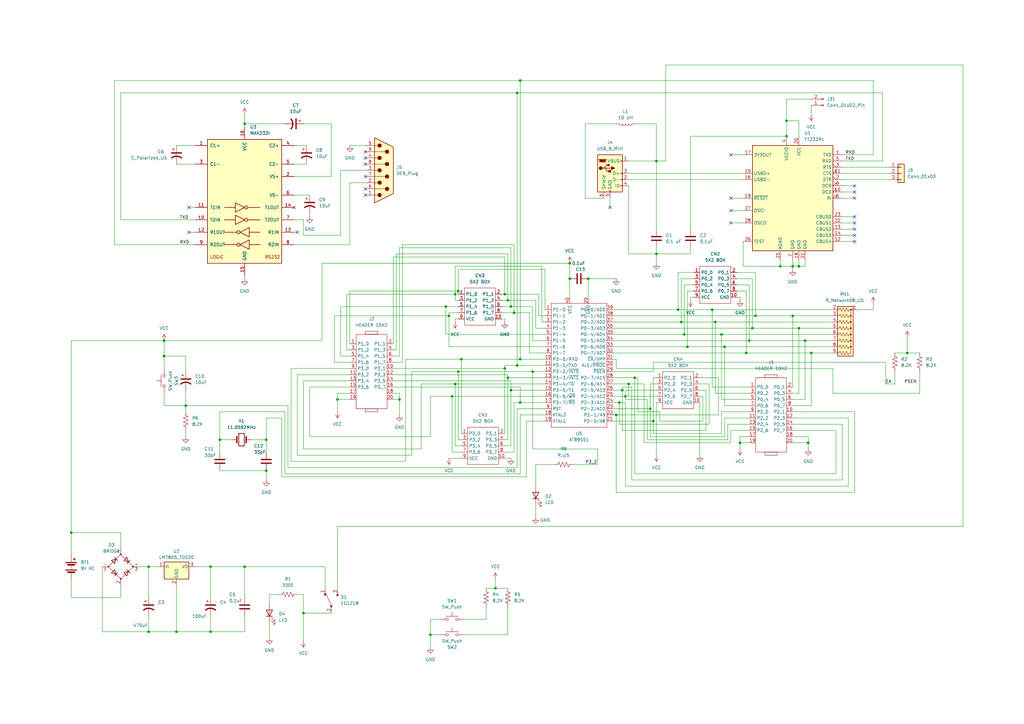
<source format=kicad_sch>
(kicad_sch (version 20230121) (generator eeschema)
  (paper "A3")
  (title_block (title "8051_MCU_SCHEMATICS") (date "2023-07-29") (rev "v01") (comment 4 "AUTHOR: PARIKSHIT V.JOSHI"))
  (lib_symbols
    (symbol "10X2HEADER:HEADER_10X2"
      (property "Reference" "J1" (at -5.08 15.24 0))
      (property "Value" "HEADER 10X2" (at 0 -20.32 0))
      (symbol "HEADER_10X2_1_1"
        (pin input line (at -8.89 10.16 0) (length 2.54) (name "P0_0") (number "1"))
        (pin input line (at 8.89 0 180) (length 2.54) (name "P2_1") (number "10"))
        (pin input line (at -8.89 -2.54 0) (length 2.54) (name "P2_2") (number "11"))
        (pin input line (at 8.89 -2.54 180) (length 2.54) (name "P2_3") (number "12"))
        (pin input line (at -8.89 -5.08 0) (length 2.54) (name "P2_4") (number "13"))
        (pin input line (at 8.89 -5.08 180) (length 2.54) (name "P2_5") (number "14"))
        (pin input line (at -8.89 -7.62 0) (length 2.54) (name "P2_6") (number "15"))
        (pin input line (at 8.89 -7.62 180) (length 2.54) (name "P2_7") (number "16"))
        (pin input line (at -8.89 -10.16 0) (length 2.54) (name "") (number "17"))
        (pin input line (at 8.89 -10.16 180) (length 2.54) (name "") (number "18"))
        (pin input line (at -8.89 -12.7 0) (length 2.54) (name "") (number "19"))
        (pin input line (at 8.89 10.16 180) (length 2.54) (name "P0_1") (number "2"))
        (pin input line (at 8.89 -12.7 180) (length 2.54) (name "") (number "20"))
        (pin input line (at -8.89 7.62 0) (length 2.54) (name "P0_2") (number "3"))
        (pin input line (at 8.89 7.62 180) (length 2.54) (name "P0_3") (number "4"))
        (pin input line (at -8.89 5.08 0) (length 2.54) (name "P0_4") (number "5"))
        (pin input line (at 8.89 5.08 180) (length 2.54) (name "P0_5") (number "6"))
        (pin input line (at -8.89 2.54 0) (length 2.54) (name "P0_6") (number "7"))
        (pin input line (at 8.89 2.54 180) (length 2.54) (name "P0_7") (number "8"))
        (pin input line (at -8.89 0 0) (length 2.54) (name "P2_0") (number "9"))
      )
    )
    (symbol "10X2HEADER:HEADER_10X2_1"
      (property "Reference" "J2" (at -5.08 16.51 0))
      (property "Value" "HEADER 10X2" (at 0 -20.32 0))
      (symbol "HEADER_10X2_1_1_1"
        (pin input line (at -8.89 10.16 0) (length 2.54) (name "P1_0") (number "1"))
        (pin input line (at 8.89 0 180) (length 2.54) (name "P3_1") (number "10"))
        (pin input line (at -8.89 -2.54 0) (length 2.54) (name "P3_2") (number "11"))
        (pin input line (at 8.89 -2.54 180) (length 2.54) (name "P3_3") (number "12"))
        (pin input line (at -8.89 -5.08 0) (length 2.54) (name "P3_4") (number "13"))
        (pin input line (at 8.89 -5.08 180) (length 2.54) (name "P3_5") (number "14"))
        (pin input line (at -8.89 -7.62 0) (length 2.54) (name "P3_6") (number "15"))
        (pin input line (at 8.89 -7.62 180) (length 2.54) (name "P3_7") (number "16"))
        (pin input line (at -8.89 -10.16 0) (length 2.54) (name "") (number "17"))
        (pin input line (at 8.89 -10.16 180) (length 2.54) (name "") (number "18"))
        (pin input line (at -8.89 -12.7 0) (length 2.54) (name "") (number "19"))
        (pin input line (at 8.89 10.16 180) (length 2.54) (name "P1_1") (number "2"))
        (pin input line (at 8.89 -12.7 180) (length 2.54) (name "") (number "20"))
        (pin input line (at -8.89 7.62 0) (length 2.54) (name "P1_2") (number "3"))
        (pin input line (at 8.89 7.62 180) (length 2.54) (name "P1_3") (number "4"))
        (pin input line (at -8.89 5.08 0) (length 2.54) (name "P1_4") (number "5"))
        (pin input line (at 8.89 5.08 180) (length 2.54) (name "P1_5") (number "6"))
        (pin input line (at -8.89 2.54 0) (length 2.54) (name "P1_6") (number "7"))
        (pin input line (at 8.89 2.54 180) (length 2.54) (name "P1_7") (number "8"))
        (pin input line (at -8.89 0 0) (length 2.54) (name "P3_0") (number "9"))
      )
    )
    (symbol "5x2 Header:5X2_BOX_1"
      (property "Reference" "CN1" (at -3.81 10.16 0))
      (property "Value" "5X2 BOX" (at 5.08 -10.16 0))
      (symbol "5X2_BOX_1_1_1"
        (pin input line (at -8.89 5.08 0) (length 2.54) (name "P3_0") (number "1"))
        (pin input line (at 8.89 -5.08 180) (length 2.54) (name "GND") (number "10"))
        (pin input line (at 8.89 5.08 180) (length 2.54) (name "P3_1") (number "2"))
        (pin input line (at -8.89 2.54 0) (length 2.54) (name "P3_2") (number "3"))
        (pin input line (at 8.89 2.54 180) (length 2.54) (name "P3_3") (number "4"))
        (pin input line (at -8.89 0 0) (length 2.54) (name "P3_4") (number "5"))
        (pin input line (at 8.89 0 180) (length 2.54) (name "P3_5") (number "6"))
        (pin input line (at -8.89 -2.54 0) (length 2.54) (name "P3_6") (number "7"))
        (pin input line (at 8.89 -2.54 180) (length 2.54) (name "P3_7") (number "8"))
        (pin input line (at -8.89 -5.08 0) (length 2.54) (name "VCC") (number "9"))
      )
    )
    (symbol "5x2 Header:5X2_BOX_2"
      (property "Reference" "CN2" (at -3.81 10.16 0))
      (property "Value" "5X2 BOX" (at 5.08 -10.16 0))
      (symbol "5X2_BOX_2_1_1"
        (pin input line (at -8.89 5.08 0) (length 2.54) (name "P0_0") (number "1"))
        (pin input line (at 8.89 -5.08 180) (length 2.54) (name "GND") (number "10"))
        (pin input line (at 8.89 5.08 180) (length 2.54) (name "P0_1") (number "2"))
        (pin input line (at -8.89 2.54 0) (length 2.54) (name "P0_2") (number "3"))
        (pin input line (at 8.89 2.54 180) (length 2.54) (name "P0_3") (number "4"))
        (pin input line (at -8.89 0 0) (length 2.54) (name "P0_4") (number "5"))
        (pin input line (at 8.89 0 180) (length 2.54) (name "P0_5") (number "6"))
        (pin input line (at -8.89 -2.54 0) (length 2.54) (name "P0_6") (number "7"))
        (pin input line (at 8.89 -2.54 180) (length 2.54) (name "P0_7") (number "8"))
        (pin input line (at -8.89 -5.08 0) (length 2.54) (name "VCC") (number "9"))
      )
    )
    (symbol "5x2 Header:5X2_BOX_3"
      (property "Reference" "CN3" (at -3.81 10.16 0))
      (property "Value" "5X2 BOX" (at 5.08 -10.16 0))
      (symbol "5X2_BOX_3_1_1"
        (pin input line (at -8.89 5.08 0) (length 2.54) (name "P1_0") (number "1"))
        (pin input line (at 8.89 -5.08 180) (length 2.54) (name "GND") (number "10"))
        (pin input line (at 8.89 5.08 180) (length 2.54) (name "P1_1") (number "2"))
        (pin input line (at -8.89 2.54 0) (length 2.54) (name "P1_2") (number "3"))
        (pin input line (at 8.89 2.54 180) (length 2.54) (name "P1_3") (number "4"))
        (pin input line (at -8.89 0 0) (length 2.54) (name "P1_4") (number "5"))
        (pin input line (at 8.89 0 180) (length 2.54) (name "P1_5") (number "6"))
        (pin input line (at -8.89 -2.54 0) (length 2.54) (name "P1_6") (number "7"))
        (pin input line (at 8.89 -2.54 180) (length 2.54) (name "P1_7") (number "8"))
        (pin input line (at -8.89 -5.08 0) (length 2.54) (name "VCC") (number "9"))
      )
    )
    (symbol "5x2 Header:5X2_BOX_4"
      (property "Reference" "CN4" (at -3.81 10.16 0))
      (property "Value" "5X2 BOX" (at 5.08 -10.16 0))
      (symbol "5X2_BOX_4_1_1"
        (pin input line (at -8.89 5.08 0) (length 2.54) (name "P2_0") (number "1"))
        (pin input line (at 8.89 -5.08 180) (length 2.54) (name "GND") (number "10"))
        (pin input line (at 8.89 5.08 180) (length 2.54) (name "P2_1") (number "2"))
        (pin input line (at -8.89 2.54 0) (length 2.54) (name "P2_2") (number "3"))
        (pin input line (at 8.89 2.54 180) (length 2.54) (name "P2_3") (number "4"))
        (pin input line (at -8.89 0 0) (length 2.54) (name "P2_4") (number "5"))
        (pin input line (at 8.89 0 180) (length 2.54) (name "P2_5") (number "6"))
        (pin input line (at -8.89 -2.54 0) (length 2.54) (name "P2_6") (number "7"))
        (pin input line (at 8.89 -2.54 180) (length 2.54) (name "P2_7") (number "8"))
        (pin input line (at -8.89 -5.08 0) (length 2.54) (name "VCC") (number "9"))
      )
    )
    (symbol "Connector:Conn_01x02_Pin" (pin_names (offset 1.016) hide)
      (property "Reference" "J" (at 0 2.54 0))
      (property "Value" "Conn_01x02_Pin" (at 0 -5.08 0))
      (symbol "Conn_01x02_Pin_1_1"
        (pin passive line (at 5.08 0 180) (length 3.81) (name "Pin_1") (number "1"))
        (pin passive line (at 5.08 -2.54 180) (length 3.81) (name "Pin_2") (number "2"))
      )
    )
    (symbol "Connector:DE9_Plug" (pin_names (offset 1.016) hide)
      (property "Reference" "J" (at 0 13.97 0))
      (property "Value" "DE9_Plug" (at 0 -14.605 0))
      (symbol "DE9_Plug_1_1"
        (pin passive line (at -7.62 -10.16 0) (length 3.81) (name "1") (number "1"))
        (pin passive line (at -7.62 -5.08 0) (length 3.81) (name "2") (number "2"))
        (pin passive line (at -7.62 0 0) (length 3.81) (name "3") (number "3"))
        (pin passive line (at -7.62 5.08 0) (length 3.81) (name "4") (number "4"))
        (pin passive line (at -7.62 10.16 0) (length 3.81) (name "5") (number "5"))
        (pin passive line (at -7.62 -7.62 0) (length 3.81) (name "6") (number "6"))
        (pin passive line (at -7.62 -2.54 0) (length 3.81) (name "7") (number "7"))
        (pin passive line (at -7.62 2.54 0) (length 3.81) (name "8") (number "8"))
        (pin passive line (at -7.62 7.62 0) (length 3.81) (name "9") (number "9"))
      )
    )
    (symbol "Connector:USB_B_Mini" (pin_names (offset 1.016))
      (property "Reference" "J" (at -5.08 11.43 0))
      (property "Value" "USB_B_Mini" (at -5.08 8.89 0))
      (symbol "USB_B_Mini_1_1"
        (pin power_out line (at 7.62 5.08 180) (length 2.54) (name "VBUS") (number "1"))
        (pin bidirectional line (at 7.62 -2.54 180) (length 2.54) (name "D-") (number "2"))
        (pin bidirectional line (at 7.62 0 180) (length 2.54) (name "D+") (number "3"))
        (pin passive line (at 7.62 -5.08 180) (length 2.54) (name "ID") (number "4"))
        (pin power_out line (at 0 -10.16 90) (length 2.54) (name "GND") (number "5"))
        (pin passive line (at -2.54 -10.16 90) (length 2.54) (name "Shield") (number "6"))
      )
    )
    (symbol "Connector_Generic:Conn_01x03" (pin_names (offset 1.016) hide)
      (property "Reference" "J" (at 0 5.08 0))
      (property "Value" "Conn_01x03" (at 0 -5.08 0))
      (symbol "Conn_01x03_1_1"
        (pin passive line (at -5.08 2.54 0) (length 3.81) (name "Pin_1") (number "1"))
        (pin passive line (at -5.08 0 0) (length 3.81) (name "Pin_2") (number "2"))
        (pin passive line (at -5.08 -2.54 0) (length 3.81) (name "Pin_3") (number "3"))
      )
    )
    (symbol "Device:Battery" (pin_numbers hide) (pin_names (offset 0) hide)
      (property "Reference" "BT" (at 2.54 2.54 0))
      (property "Value" "Battery" (at 2.54 0 0))
      (symbol "Battery_1_1"
        (pin passive line (at 0 5.08 270) (length 2.54) (name "+") (number "1"))
        (pin passive line (at 0 -5.08 90) (length 2.54) (name "-") (number "2"))
      )
    )
    (symbol "Device:C" (pin_numbers hide) (pin_names (offset 0.254))
      (property "Reference" "C" (at 0.635 2.54 0))
      (property "Value" "C" (at 0.635 -2.54 0))
      (symbol "C_1_1"
        (pin passive line (at 0 3.81 270) (length 2.794) (name "~") (number "1"))
        (pin passive line (at 0 -3.81 90) (length 2.794) (name "~") (number "2"))
      )
    )
    (symbol "Device:C_Polarized_US" (pin_numbers hide) (pin_names (offset 0.254) hide)
      (property "Reference" "C" (at 0.635 2.54 0))
      (property "Value" "C_Polarized_US" (at 0.635 -2.54 0))
      (symbol "C_Polarized_US_1_1"
        (pin passive line (at 0 3.81 270) (length 2.794) (name "~") (number "1"))
        (pin passive line (at 0 -3.81 90) (length 3.302) (name "~") (number "2"))
      )
    )
    (symbol "Device:Crystal" (pin_numbers hide) (pin_names (offset 1.016) hide)
      (property "Reference" "Y" (at 0 3.81 0))
      (property "Value" "Crystal" (at 0 -3.81 0))
      (symbol "Crystal_1_1"
        (pin passive line (at -3.81 0 0) (length 1.27) (name "1") (number "1"))
        (pin passive line (at 3.81 0 180) (length 1.27) (name "2") (number "2"))
      )
    )
    (symbol "Device:D_Bridge_-A+A" (pin_names (offset 0))
      (property "Reference" "D" (at 2.54 6.985 0))
      (property "Value" "D_Bridge_-A+A" (at 2.54 5.08 0))
      (symbol "D_Bridge_-A+A_1_1"
        (pin passive line (at -7.62 0 0) (length 2.54) (name "-") (number "1"))
        (pin passive line (at 0 -7.62 90) (length 2.54) (name "~") (number "2"))
        (pin passive line (at 7.62 0 180) (length 2.54) (name "+") (number "3"))
        (pin passive line (at 0 7.62 270) (length 2.54) (name "~") (number "4"))
      )
    )
    (symbol "Device:L" (pin_numbers hide) (pin_names (offset 1.016) hide)
      (property "Reference" "L" (at -1.27 0 90))
      (property "Value" "L" (at 1.905 0 90))
      (symbol "L_1_1"
        (pin passive line (at 0 3.81 270) (length 1.27) (name "1") (number "1"))
        (pin passive line (at 0 -3.81 90) (length 1.27) (name "2") (number "2"))
      )
    )
    (symbol "Device:LED" (pin_numbers hide) (pin_names (offset 1.016) hide)
      (property "Reference" "D" (at 0 2.54 0))
      (property "Value" "LED" (at 0 -2.54 0))
      (symbol "LED_1_1"
        (pin passive line (at -3.81 0 0) (length 2.54) (name "K") (number "1"))
        (pin passive line (at 3.81 0 180) (length 2.54) (name "A") (number "2"))
      )
    )
    (symbol "Device:R_Network08_US" (pin_names (offset 0) hide)
      (property "Reference" "RN" (at -12.7 0 90))
      (property "Value" "R_Network08_US" (at 10.16 0 90))
      (symbol "R_Network08_US_1_1"
        (pin passive line (at -10.16 5.08 270) (length 2.54) (name "common") (number "1"))
        (pin passive line (at -10.16 -5.08 90) (length 1.27) (name "R1") (number "2"))
        (pin passive line (at -7.62 -5.08 90) (length 1.27) (name "R2") (number "3"))
        (pin passive line (at -5.08 -5.08 90) (length 1.27) (name "R3") (number "4"))
        (pin passive line (at -2.54 -5.08 90) (length 1.27) (name "R4") (number "5"))
        (pin passive line (at 0 -5.08 90) (length 1.27) (name "R5") (number "6"))
        (pin passive line (at 2.54 -5.08 90) (length 1.27) (name "R6") (number "7"))
        (pin passive line (at 5.08 -5.08 90) (length 1.27) (name "R7") (number "8"))
        (pin passive line (at 7.62 -5.08 90) (length 1.27) (name "R8") (number "9"))
      )
    )
    (symbol "Device:R_US" (pin_numbers hide) (pin_names (offset 0))
      (property "Reference" "R" (at 2.54 0 90))
      (property "Value" "R_US" (at -2.54 0 90))
      (symbol "R_US_1_1"
        (pin passive line (at 0 3.81 270) (length 1.27) (name "~") (number "1"))
        (pin passive line (at 0 -3.81 90) (length 1.27) (name "~") (number "2"))
      )
    )
    (symbol "Interface_UART:MAX232I" (pin_names (offset 1.016))
      (property "Reference" "U" (at -2.54 28.575 0))
      (property "Value" "MAX232I" (at -2.54 26.67 0))
      (symbol "MAX232I_0_0"
        (text "LOGIC" (at -11.43 -22.86 0) (effects (font (size 1.27 1.27))))
        (text "RS232" (at 11.43 -22.86 0) (effects (font (size 1.27 1.27))))
      )
      (symbol "MAX232I_1_1"
        (pin passive line (at -20.32 22.86 0) (length 5.08) (name "C1+") (number "1"))
        (pin input line (at -20.32 -7.62 0) (length 5.08) (name "T2IN") (number "10"))
        (pin input line (at -20.32 -2.54 0) (length 5.08) (name "T1IN") (number "11"))
        (pin output line (at -20.32 -12.7 0) (length 5.08) (name "R1OUT") (number "12"))
        (pin input line (at 20.32 -12.7 180) (length 5.08) (name "R1IN") (number "13"))
        (pin output line (at 20.32 -2.54 180) (length 5.08) (name "T1OUT") (number "14"))
        (pin power_in line (at 0 -30.48 90) (length 5.08) (name "GND") (number "15"))
        (pin power_in line (at 0 30.48 270) (length 5.08) (name "VCC") (number "16"))
        (pin power_out line (at 20.32 10.16 180) (length 5.08) (name "VS+") (number "2"))
        (pin passive line (at -20.32 15.24 0) (length 5.08) (name "C1-") (number "3"))
        (pin passive line (at 20.32 22.86 180) (length 5.08) (name "C2+") (number "4"))
        (pin passive line (at 20.32 15.24 180) (length 5.08) (name "C2-") (number "5"))
        (pin power_out line (at 20.32 2.54 180) (length 5.08) (name "VS-") (number "6"))
        (pin output line (at 20.32 -7.62 180) (length 5.08) (name "T2OUT") (number "7"))
        (pin input line (at 20.32 -17.78 180) (length 5.08) (name "R2IN") (number "8"))
        (pin output line (at -20.32 -17.78 0) (length 5.08) (name "R2OUT") (number "9"))
      )
    )
    (symbol "Interface_USB:FT232RL"
      (property "Reference" "U" (at -16.51 22.86 0))
      (property "Value" "FT232RL" (at 10.16 22.86 0))
      (symbol "FT232RL_1_1"
        (pin output line (at 20.32 17.78 180) (length 3.81) (name "TXD") (number "1"))
        (pin input input_low (at 20.32 2.54 180) (length 3.81) (name "DCD") (number "10"))
        (pin input input_low (at 20.32 10.16 180) (length 3.81) (name "CTS") (number "11"))
        (pin bidirectional line (at 20.32 -17.78 180) (length 3.81) (name "CBUS4") (number "12"))
        (pin bidirectional line (at 20.32 -12.7 180) (length 3.81) (name "CBUS2") (number "13"))
        (pin bidirectional line (at 20.32 -15.24 180) (length 3.81) (name "CBUS3") (number "14"))
        (pin bidirectional line (at -20.32 10.16 0) (length 3.81) (name "USBD+") (number "15"))
        (pin bidirectional line (at -20.32 7.62 0) (length 3.81) (name "USBD-") (number "16"))
        (pin power_out line (at -20.32 17.78 0) (length 3.81) (name "3V3OUT") (number "17"))
        (pin power_in line (at 2.54 -25.4 90) (length 3.81) (name "GND") (number "18"))
        (pin input line (at -20.32 0 0) (length 3.81) (name "~{RESET}") (number "19"))
        (pin output output_low (at 20.32 7.62 180) (length 3.81) (name "DTR") (number "2"))
        (pin power_in line (at 2.54 25.4 270) (length 3.81) (name "VCC") (number "20"))
        (pin power_in line (at 5.08 -25.4 90) (length 3.81) (name "GND") (number "21"))
        (pin bidirectional line (at 20.32 -10.16 180) (length 3.81) (name "CBUS1") (number "22"))
        (pin bidirectional line (at 20.32 -7.62 180) (length 3.81) (name "CBUS0") (number "23"))
        (pin power_in line (at -5.08 -25.4 90) (length 3.81) (name "AGND") (number "25"))
        (pin input line (at -20.32 -17.78 0) (length 3.81) (name "TEST") (number "26"))
        (pin input line (at -20.32 -5.08 0) (length 3.81) (name "OSCI") (number "27"))
        (pin output line (at -20.32 -10.16 0) (length 3.81) (name "OSCO") (number "28"))
        (pin output output_low (at 20.32 12.7 180) (length 3.81) (name "RTS") (number "3"))
        (pin power_in line (at -2.54 25.4 270) (length 3.81) (name "VCCIO") (number "4"))
        (pin input line (at 20.32 15.24 180) (length 3.81) (name "RXD") (number "5"))
        (pin input input_low (at 20.32 0 180) (length 3.81) (name "RI") (number "6"))
        (pin power_in line (at 0 -25.4 90) (length 3.81) (name "GND") (number "7"))
        (pin input input_low (at 20.32 5.08 180) (length 3.81) (name "DCR") (number "9"))
      )
    )
    (symbol "New_Library:AT89S51"
      (property "Reference" "U" (at -10.16 26.67 0))
      (property "Value" "AT89S51" (at 7.62 -30.48 0))
      (symbol "AT89S51_1_1"
        (pin input line (at -13.97 21.59 0) (length 2.54) (name "P1-0") (number "1"))
        (pin input line (at -13.97 1.27 0) (length 2.54) (name "P3-0/RXD") (number "10"))
        (pin input line (at -13.97 -1.27 0) (length 2.54) (name "P3-1/TXD") (number "11"))
        (pin input line (at -13.97 -3.81 0) (length 2.54) (name "P3-2/~{INT0}") (number "12"))
        (pin input line (at -13.97 -6.35 0) (length 2.54) (name "P3-3/~{INT1}") (number "13"))
        (pin input line (at -13.97 -8.89 0) (length 2.54) (name "P3-4/T0") (number "14"))
        (pin input line (at -13.97 -11.43 0) (length 2.54) (name "P3-5/T1") (number "15"))
        (pin input line (at -13.97 -13.97 0) (length 2.54) (name "P3-6/~{WR}") (number "16"))
        (pin input line (at -13.97 -16.51 0) (length 2.54) (name "P3-7/~{RD}") (number "17"))
        (pin input line (at -13.97 -21.59 0) (length 2.54) (name "XTAL2") (number "18"))
        (pin input line (at -13.97 -24.13 0) (length 2.54) (name "XTAL1") (number "19"))
        (pin input line (at -13.97 19.05 0) (length 2.54) (name "P1-1") (number "2"))
        (pin input line (at 3.81 26.67 270) (length 2.54) (name "GND") (number "20"))
        (pin input line (at 13.97 -24.13 180) (length 2.54) (name "P2-0/A8") (number "21"))
        (pin input line (at 13.97 -21.59 180) (length 2.54) (name "P2-1/A9") (number "22"))
        (pin input line (at 13.97 -19.05 180) (length 2.54) (name "P2-2/A10") (number "23"))
        (pin input line (at 13.97 -16.51 180) (length 2.54) (name "P2-3/A11") (number "24"))
        (pin input line (at 13.97 -13.97 180) (length 2.54) (name "P2-4/A12") (number "25"))
        (pin input line (at 13.97 -11.43 180) (length 2.54) (name "P2-5/A13") (number "26"))
        (pin input line (at 13.97 -8.89 180) (length 2.54) (name "P2-6/A14") (number "27"))
        (pin input line (at 13.97 -6.35 180) (length 2.54) (name "P2-7/A15") (number "28"))
        (pin input line (at 13.97 -3.81 180) (length 2.54) (name "~{PSEN}") (number "29"))
        (pin input line (at -13.97 16.51 0) (length 2.54) (name "P1-2") (number "3"))
        (pin input line (at 13.97 -1.27 180) (length 2.54) (name "ALE/~{PROG}") (number "30"))
        (pin input line (at 13.97 1.27 180) (length 2.54) (name "~{EA}/VPP") (number "31"))
        (pin input line (at 13.97 3.81 180) (length 2.54) (name "P0-7/AD7") (number "32"))
        (pin input line (at 13.97 6.35 180) (length 2.54) (name "P0-6/AD6") (number "33"))
        (pin input line (at 13.97 8.89 180) (length 2.54) (name "P0-5/AD5") (number "34"))
        (pin input line (at 13.97 11.43 180) (length 2.54) (name "P0-4/AD4") (number "35"))
        (pin input line (at 13.97 13.97 180) (length 2.54) (name "P0-3/AD3") (number "36"))
        (pin input line (at 13.97 16.51 180) (length 2.54) (name "P0-2/AD2") (number "37"))
        (pin input line (at 13.97 19.05 180) (length 2.54) (name "P0-1/AD1") (number "38"))
        (pin input line (at 13.97 21.59 180) (length 2.54) (name "P0-0/AD0") (number "39"))
        (pin input line (at -13.97 13.97 0) (length 2.54) (name "P1-3") (number "4"))
        (pin input line (at -3.81 26.67 270) (length 2.54) (name "VCC") (number "40"))
        (pin input line (at -13.97 11.43 0) (length 2.54) (name "P1-4") (number "5"))
        (pin input line (at -13.97 8.89 0) (length 2.54) (name "P1-5") (number "6"))
        (pin input line (at -13.97 6.35 0) (length 2.54) (name "P1-6") (number "7"))
        (pin input line (at -13.97 3.81 0) (length 2.54) (name "P1-7") (number "8"))
        (pin input line (at -13.97 -19.05 0) (length 2.54) (name "RST") (number "9"))
      )
    )
    (symbol "Regulator_Linear:LM7805_TO220" (pin_names (offset 0.254))
      (property "Reference" "U" (at -3.81 3.175 0))
      (property "Value" "LM7805_TO220" (at 0 3.175 0))
      (symbol "LM7805_TO220_1_1"
        (pin power_in line (at -7.62 0 0) (length 2.54) (name "VI") (number "1"))
        (pin power_in line (at 0 -7.62 90) (length 2.54) (name "GND") (number "2"))
        (pin power_out line (at 7.62 0 180) (length 2.54) (name "VO") (number "3"))
      )
    )
    (symbol "Switch:SW_Push" (pin_numbers hide) (pin_names (offset 1.016) hide)
      (property "Reference" "SW" (at 1.27 2.54 0))
      (property "Value" "SW_Push" (at 0 -1.524 0))
      (symbol "SW_Push_0_1"
        (pin passive line (at -5.08 0 0) (length 2.54) (name "1") (number "1"))
        (pin passive line (at 5.08 0 180) (length 2.54) (name "2") (number "2"))
      )
    )
    (symbol "dk_Slide-Switches:EG1218" (pin_names (offset 0))
      (property "Reference" "S" (at -3.81 2.286 0))
      (property "Value" "EG1218" (at 0 -5.334 0))
      (symbol "EG1218_1_1"
        (pin passive line (at 5.08 2.54 180) (length 2.54) (name "~") (number "1"))
        (pin passive line (at -5.08 0 0) (length 2.54) (name "~") (number "2"))
        (pin passive line (at 5.08 -2.54 180) (length 2.54) (name "~") (number "3"))
      )
    )
    (symbol "power:GND" (power) (pin_names (offset 0))
      (property "Value" "GND" (at 0 -3.81 0))
      (symbol "GND_1_1"
        (pin power_in line (at 0 0 270) (length 0) hide (name "GND") (number "1"))
      )
    )
    (symbol "power:VCC" (power) (pin_names (offset 0))
      (property "Value" "VCC" (at 0 3.81 0))
      (symbol "VCC_1_1"
        (pin power_in line (at 0 0 90) (length 0) hide (name "VCC") (number "1"))
      )
    )
  )
  (junction (at 213.36 33.02))
  (junction (at 256.54 162.56))
  (junction (at 109.22 193.04))
  (junction (at 325.12 109.22))
  (junction (at 186.69 157.48))
  (junction (at 267.97 172.72))
  (junction (at 207.01 120.65))
  (junction (at 209.55 160.02))
  (junction (at 60.96 259.08))
  (junction (at 330.2 139.7))
  (junction (at 257.81 157.48))
  (junction (at 100.33 232.41))
  (junction (at 303.53 181.61))
  (junction (at 293.37 132.08))
  (junction (at 213.36 147.32))
  (junction (at 325.12 129.54))
  (junction (at 269.24 66.04))
  (junction (at 189.23 147.32))
  (junction (at 320.04 109.22))
  (junction (at 60.96 232.41))
  (junction (at 260.35 154.94))
  (junction (at 210.82 128.27))
  (junction (at 254 165.1))
  (junction (at 109.22 180.34))
  (junction (at 309.88 129.54))
  (junction (at 322.58 49.53))
  (junction (at 331.47 181.61))
  (junction (at 252.73 170.18))
  (junction (at 280.67 137.16))
  (junction (at 279.4 132.08))
  (junction (at 86.36 259.08))
  (junction (at 203.2 241.3))
  (junction (at 67.31 146.05))
  (junction (at 278.13 127))
  (junction (at 327.66 109.22))
  (junction (at 281.94 142.24))
  (junction (at 208.28 123.19))
  (junction (at 218.44 152.4))
  (junction (at 184.15 129.54))
  (junction (at 186.69 120.65))
  (junction (at 233.68 114.3))
  (junction (at 292.1 127))
  (junction (at 322.58 55.88))
  (junction (at 332.74 144.78))
  (junction (at 187.96 152.4))
  (junction (at 67.31 139.7))
  (junction (at 213.36 165.1))
  (junction (at 138.43 163.83))
  (junction (at 76.2 166.37))
  (junction (at 295.91 137.16))
  (junction (at 208.28 154.94))
  (junction (at 233.68 107.95))
  (junction (at 209.55 125.73))
  (junction (at 241.3 114.3))
  (junction (at 297.18 142.24))
  (junction (at 255.27 160.02))
  (junction (at 29.21 218.44))
  (junction (at 90.17 180.34))
  (junction (at 124.46 251.46))
  (junction (at 100.33 50.8))
  (junction (at 72.39 259.08))
  (junction (at 185.42 162.56))
  (junction (at 308.61 134.62))
  (junction (at 86.36 232.41))
  (junction (at 307.34 139.7))
  (junction (at 163.83 163.83))
  (junction (at 266.7 167.64))
  (junction (at 306.07 144.78))
  (junction (at 212.09 38.1))
  (junction (at 269.24 104.14))
  (junction (at 207.01 151.13))
  (junction (at 187.96 119.38))
  (junction (at 212.09 149.86))
  (junction (at 327.66 134.62))
  (junction (at 372.11 144.78))
  (junction (at 182.88 125.73))
  (junction (at 176.53 260.35))
  (no_connect (at 350.52 96.52))
  (no_connect (at 121.92 95.25))
  (no_connect (at 350.52 91.44))
  (no_connect (at 350.52 78.74))
  (no_connect (at 299.72 63.5))
  (no_connect (at 350.52 76.2))
  (no_connect (at 149.86 77.47))
  (no_connect (at 250.19 85.09))
  (no_connect (at 350.52 81.28))
  (no_connect (at 299.72 91.44))
  (no_connect (at 149.86 64.77))
  (no_connect (at 350.52 93.98))
  (no_connect (at 149.86 62.23))
  (no_connect (at 149.86 72.39))
  (no_connect (at 120.65 85.09))
  (no_connect (at 149.86 80.01))
  (no_connect (at 149.86 67.31))
  (no_connect (at 77.47 95.25))
  (no_connect (at 299.72 81.28))
  (no_connect (at 299.72 86.36))
  (no_connect (at 77.47 85.09))
  (no_connect (at 350.52 88.9))
  (no_connect (at 350.52 99.06))
  (wire (pts (xy 176.53 254) (xy 176.53 260.35)))
  (wire (pts (xy 213.36 165.1) (xy 223.52 165.1)))
  (wire (pts (xy 281.94 142.24) (xy 297.18 142.24)))
  (wire (pts (xy 109.22 180.34) (xy 109.22 185.42)))
  (wire (pts (xy 257.81 104.14) (xy 269.24 104.14)))
  (wire (pts (xy 41.91 259.08) (xy 60.96 259.08)))
  (wire (pts (xy 100.33 50.8) (xy 100.33 52.07)))
  (wire (pts (xy 138.43 215.9) (xy 394.97 215.9)))
  (wire (pts (xy 161.29 140.97) (xy 161.29 105.41)))
  (wire (pts (xy 309.88 129.54) (xy 325.12 129.54)))
  (wire (pts (xy 137.16 148.59) (xy 137.16 129.54)))
  (wire (pts (xy 345.44 93.98) (xy 350.52 93.98)))
  (wire (pts (xy 341.63 151.13) (xy 252.73 151.13)))
  (wire (pts (xy 345.44 71.12) (xy 364.49 71.12)))
  (wire (pts (xy 299.72 86.36) (xy 304.8 86.36)))
  (wire (pts (xy 299.72 176.53) (xy 299.72 181.61)))
  (wire (pts (xy 207.01 180.34) (xy 208.28 180.34)))
  (wire (pts (xy 120.65 90.17) (xy 124.46 90.17)))
  (wire (pts (xy 143.51 151.13) (xy 119.38 151.13)))
  (wire (pts (xy 185.42 162.56) (xy 223.52 162.56)))
  (wire (pts (xy 163.83 161.29) (xy 163.83 163.83)))
  (wire (pts (xy 332.74 166.37) (xy 332.74 144.78)))
  (wire (pts (xy 302.26 116.84) (xy 307.34 116.84)))
  (wire (pts (xy 220.98 120.65) (xy 220.98 129.54)))
  (wire (pts (xy 267.97 152.4) (xy 267.97 148.59)))
  (wire (pts (xy 143.51 100.33) (xy 143.51 74.93)))
  (wire (pts (xy 76.2 146.05) (xy 67.31 146.05)))
  (wire (pts (xy 139.7 69.85) (xy 149.86 69.85)))
  (wire (pts (xy 77.47 95.25) (xy 80.01 95.25)))
  (wire (pts (xy 165.1 148.59) (xy 165.1 100.33)))
  (wire (pts (xy 347.98 199.39) (xy 256.54 199.39)))
  (wire (pts (xy 161.29 161.29) (xy 163.83 161.29)))
  (wire (pts (xy 257.81 162.56) (xy 257.81 157.48)))
  (wire (pts (xy 290.83 173.99) (xy 254 173.99)))
  (wire (pts (xy 161.29 105.41) (xy 207.01 105.41)))
  (wire (pts (xy 118.11 166.37) (xy 118.11 191.77)))
  (wire (pts (xy 245.11 190.5) (xy 245.11 184.15)))
  (wire (pts (xy 302.26 119.38) (xy 306.07 119.38)))
  (wire (pts (xy 124.46 184.15) (xy 172.72 184.15)))
  (wire (pts (xy 199.39 248.92) (xy 199.39 254)))
  (wire (pts (xy 299.72 91.44) (xy 304.8 91.44)))
  (wire (pts (xy 361.95 66.04) (xy 361.95 38.1)))
  (wire (pts (xy 269.24 93.98) (xy 269.24 66.04)))
  (wire (pts (xy 60.96 259.08) (xy 72.39 259.08)))
  (wire (pts (xy 287.02 162.56) (xy 288.29 162.56)))
  (wire (pts (xy 219.71 123.19) (xy 219.71 134.62)))
  (wire (pts (xy 215.9 172.72) (xy 223.52 172.72)))
  (wire (pts (xy 394.97 26.67) (xy 273.05 26.67)))
  (wire (pts (xy 325.12 171.45) (xy 347.98 171.45)))
  (wire (pts (xy 46.99 100.33) (xy 46.99 33.02)))
  (wire (pts (xy 143.51 143.51) (xy 142.24 143.51)))
  (wire (pts (xy 252.73 201.93) (xy 252.73 170.18)))
  (wire (pts (xy 280.67 137.16) (xy 295.91 137.16)))
  (wire (pts (xy 223.52 110.49) (xy 223.52 127)))
  (wire (pts (xy 212.09 38.1) (xy 361.95 38.1)))
  (wire (pts (xy 251.46 129.54) (xy 309.88 129.54)))
  (wire (pts (xy 252.73 147.32) (xy 251.46 147.32)))
  (wire (pts (xy 166.37 147.32) (xy 189.23 147.32)))
  (wire (pts (xy 256.54 163.83) (xy 256.54 162.56)))
  (wire (pts (xy 325.12 109.22) (xy 325.12 110.49)))
  (wire (pts (xy 218.44 152.4) (xy 223.52 152.4)))
  (wire (pts (xy 255.27 158.75) (xy 255.27 160.02)))
  (wire (pts (xy 121.92 243.84) (xy 124.46 243.84)))
  (wire (pts (xy 205.74 128.27) (xy 210.82 128.27)))
  (wire (pts (xy 100.33 232.41) (xy 133.35 232.41)))
  (wire (pts (xy 124.46 96.52) (xy 139.7 96.52)))
  (wire (pts (xy 265.43 163.83) (xy 256.54 163.83)))
  (wire (pts (xy 251.46 144.78) (xy 306.07 144.78)))
  (wire (pts (xy 252.73 151.13) (xy 252.73 147.32)))
  (wire (pts (xy 269.24 66.04) (xy 269.24 50.8)))
  (wire (pts (xy 219.71 207.01) (xy 219.71 212.09)))
  (wire (pts (xy 187.96 128.27) (xy 184.15 128.27)))
  (wire (pts (xy 255.27 176.53) (xy 255.27 160.02)))
  (wire (pts (xy 205.74 120.65) (xy 207.01 120.65)))
  (wire (pts (xy 210.82 165.1) (xy 213.36 165.1)))
  (wire (pts (xy 90.17 168.91) (xy 90.17 180.34)))
  (wire (pts (xy 208.28 180.34) (xy 208.28 154.94)))
  (wire (pts (xy 109.22 171.45) (xy 109.22 180.34)))
  (wire (pts (xy 207.01 149.86) (xy 212.09 149.86)))
  (wire (pts (xy 187.96 125.73) (xy 182.88 125.73)))
  (wire (pts (xy 189.23 180.34) (xy 187.96 180.34)))
  (wire (pts (xy 273.05 66.04) (xy 269.24 66.04)))
  (wire (pts (xy 207.01 187.96) (xy 209.55 187.96)))
  (wire (pts (xy 287.02 157.48) (xy 290.83 157.48)))
  (wire (pts (xy 72.39 240.03) (xy 72.39 259.08)))
  (wire (pts (xy 95.25 180.34) (xy 90.17 180.34)))
  (wire (pts (xy 184.15 187.96) (xy 189.23 187.96)))
  (wire (pts (xy 143.51 148.59) (xy 137.16 148.59)))
  (wire (pts (xy 212.09 149.86) (xy 223.52 149.86)))
  (wire (pts (xy 267.97 172.72) (xy 251.46 172.72)))
  (wire (pts (xy 90.17 193.04) (xy 109.22 193.04)))
  (wire (pts (xy 182.88 125.73) (xy 182.88 137.16)))
  (wire (pts (xy 350.52 201.93) (xy 252.73 201.93)))
  (wire (pts (xy 205.74 125.73) (xy 209.55 125.73)))
  (wire (pts (xy 299.72 63.5) (xy 304.8 63.5)))
  (wire (pts (xy 325.12 166.37) (xy 332.74 166.37)))
  (wire (pts (xy 161.29 156.21) (xy 209.55 156.21)))
  (wire (pts (xy 270.51 168.91) (xy 261.62 168.91)))
  (wire (pts (xy 120.65 95.25) (xy 121.92 95.25)))
  (wire (pts (xy 295.91 137.16) (xy 341.63 137.16)))
  (wire (pts (xy 295.91 177.8) (xy 267.97 177.8)))
  (wire (pts (xy 205.74 123.19) (xy 208.28 123.19)))
  (wire (pts (xy 245.11 184.15) (xy 218.44 184.15)))
  (wire (pts (xy 208.28 260.35) (xy 190.5 260.35)))
  (wire (pts (xy 325.12 181.61) (xy 331.47 181.61)))
  (wire (pts (xy 304.8 99.06) (xy 304.8 109.22)))
  (wire (pts (xy 67.31 146.05) (xy 67.31 151.13)))
  (wire (pts (xy 293.37 161.29) (xy 293.37 132.08)))
  (wire (pts (xy 100.33 232.41) (xy 100.33 245.11)))
  (wire (pts (xy 284.48 116.84) (xy 280.67 116.84)))
  (wire (pts (xy 325.12 173.99) (xy 345.44 173.99)))
  (wire (pts (xy 377.19 161.29) (xy 341.63 161.29)))
  (wire (pts (xy 322.58 49.53) (xy 322.58 55.88)))
  (wire (pts (xy 143.51 158.75) (xy 127 158.75)))
  (wire (pts (xy 283.21 121.92) (xy 283.21 123.19)))
  (wire (pts (xy 72.39 59.69) (xy 80.01 59.69)))
  (wire (pts (xy 60.96 252.73) (xy 60.96 259.08)))
  (wire (pts (xy 115.57 195.58) (xy 215.9 195.58)))
  (wire (pts (xy 297.18 179.07) (xy 266.7 179.07)))
  (wire (pts (xy 76.2 176.53) (xy 76.2 179.07)))
  (wire (pts (xy 269.24 165.1) (xy 269.24 186.69)))
  (wire (pts (xy 345.44 173.99) (xy 345.44 196.85)))
  (wire (pts (xy 289.56 176.53) (xy 255.27 176.53)))
  (wire (pts (xy 303.53 181.61) (xy 303.53 184.15)))
  (wire (pts (xy 132.08 107.95) (xy 132.08 139.7)))
  (wire (pts (xy 199.39 241.3) (xy 203.2 241.3)))
  (wire (pts (xy 297.18 166.37) (xy 297.18 142.24)))
  (wire (pts (xy 363.22 148.59) (xy 363.22 157.48)))
  (wire (pts (xy 290.83 157.48) (xy 290.83 173.99)))
  (wire (pts (xy 307.34 176.53) (xy 299.72 176.53)))
  (wire (pts (xy 176.53 260.35) (xy 176.53 265.43)))
  (wire (pts (xy 120.65 59.69) (xy 125.73 59.69)))
  (wire (pts (xy 138.43 161.29) (xy 138.43 163.83)))
  (wire (pts (xy 270.51 172.72) (xy 270.51 168.91)))
  (wire (pts (xy 252.73 170.18) (xy 251.46 170.18)))
  (wire (pts (xy 166.37 189.23) (xy 166.37 147.32)))
  (wire (pts (xy 165.1 100.33) (xy 210.82 100.33)))
  (wire (pts (xy 189.23 185.42) (xy 185.42 185.42)))
  (wire (pts (xy 208.28 104.14) (xy 208.28 123.19)))
  (wire (pts (xy 298.45 173.99) (xy 298.45 180.34)))
  (wire (pts (xy 29.21 139.7) (xy 29.21 218.44)))
  (wire (pts (xy 189.23 147.32) (xy 213.36 147.32)))
  (wire (pts (xy 218.44 152.4) (xy 218.44 184.15)))
  (wire (pts (xy 207.01 105.41) (xy 207.01 120.65)))
  (wire (pts (xy 133.35 232.41) (xy 133.35 241.3)))
  (wire (pts (xy 330.2 139.7) (xy 341.63 139.7)))
  (wire (pts (xy 281.94 119.38) (xy 281.94 142.24)))
  (wire (pts (xy 222.25 109.22) (xy 222.25 132.08)))
  (wire (pts (xy 210.82 128.27) (xy 217.17 128.27)))
  (wire (pts (xy 307.34 116.84) (xy 307.34 139.7)))
  (wire (pts (xy 266.7 167.64) (xy 251.46 167.64)))
  (wire (pts (xy 212.09 191.77) (xy 212.09 167.64)))
  (wire (pts (xy 269.24 101.6) (xy 269.24 104.14)))
  (wire (pts (xy 256.54 199.39) (xy 256.54 165.1)))
  (wire (pts (xy 189.23 177.8) (xy 189.23 147.32)))
  (wire (pts (xy 227.33 190.5) (xy 219.71 190.5)))
  (wire (pts (xy 184.15 142.24) (xy 223.52 142.24)))
  (wire (pts (xy 182.88 137.16) (xy 223.52 137.16)))
  (wire (pts (xy 115.57 171.45) (xy 115.57 195.58)))
  (wire (pts (xy 124.46 90.17) (xy 124.46 96.52)))
  (wire (pts (xy 143.51 146.05) (xy 139.7 146.05)))
  (wire (pts (xy 261.62 168.91) (xy 261.62 154.94)))
  (wire (pts (xy 121.92 153.67) (xy 121.92 186.69)))
  (wire (pts (xy 363.22 157.48) (xy 367.03 157.48)))
  (wire (pts (xy 161.29 146.05) (xy 163.83 146.05)))
  (wire (pts (xy 345.44 66.04) (xy 361.95 66.04)))
  (wire (pts (xy 287.02 165.1) (xy 287.02 186.69)))
  (wire (pts (xy 261.62 154.94) (xy 260.35 154.94)))
  (wire (pts (xy 294.64 170.18) (xy 252.73 170.18)))
  (wire (pts (xy 209.55 160.02) (xy 223.52 160.02)))
  (wire (pts (xy 218.44 125.73) (xy 218.44 139.7)))
  (wire (pts (xy 138.43 215.9) (xy 138.43 241.3)))
  (wire (pts (xy 49.53 38.1) (xy 212.09 38.1)))
  (wire (pts (xy 161.29 163.83) (xy 163.83 163.83)))
  (wire (pts (xy 256.54 160.02) (xy 256.54 162.56)))
  (wire (pts (xy 304.8 109.22) (xy 320.04 109.22)))
  (wire (pts (xy 139.7 125.73) (xy 182.88 125.73)))
  (wire (pts (xy 210.82 100.33) (xy 210.82 128.27)))
  (wire (pts (xy 67.31 161.29) (xy 67.31 166.37)))
  (wire (pts (xy 278.13 111.76) (xy 278.13 127)))
  (wire (pts (xy 222.25 132.08) (xy 223.52 132.08)))
  (wire (pts (xy 209.55 125.73) (xy 218.44 125.73)))
  (wire (pts (xy 303.53 179.07) (xy 303.53 181.61)))
  (wire (pts (xy 172.72 157.48) (xy 186.69 157.48)))
  (wire (pts (xy 327.66 106.68) (xy 327.66 109.22)))
  (wire (pts (xy 215.9 195.58) (xy 215.9 172.72)))
  (wire (pts (xy 119.38 189.23) (xy 166.37 189.23)))
  (wire (pts (xy 162.56 143.51) (xy 162.56 104.14)))
  (wire (pts (xy 331.47 179.07) (xy 331.47 181.61)))
  (wire (pts (xy 345.44 196.85) (xy 259.08 196.85)))
  (wire (pts (xy 49.53 218.44) (xy 49.53 224.79)))
  (wire (pts (xy 100.33 259.08) (xy 86.36 259.08)))
  (wire (pts (xy 257.81 71.12) (xy 304.8 71.12)))
  (wire (pts (xy 135.89 72.39) (xy 135.89 50.8)))
  (wire (pts (xy 292.1 127) (xy 341.63 127)))
  (wire (pts (xy 266.7 157.48) (xy 266.7 167.64)))
  (wire (pts (xy 29.21 227.33) (xy 29.21 218.44)))
  (wire (pts (xy 269.24 160.02) (xy 256.54 160.02)))
  (wire (pts (xy 219.71 134.62) (xy 223.52 134.62)))
  (wire (pts (xy 255.27 160.02) (xy 251.46 160.02)))
  (wire (pts (xy 143.51 140.97) (xy 143.51 119.38)))
  (wire (pts (xy 233.68 107.95) (xy 132.08 107.95)))
  (wire (pts (xy 345.44 99.06) (xy 350.52 99.06)))
  (wire (pts (xy 332.74 40.64) (xy 322.58 40.64)))
  (wire (pts (xy 320.04 106.68) (xy 320.04 109.22)))
  (wire (pts (xy 121.92 186.69) (xy 168.91 186.69)))
  (wire (pts (xy 330.2 109.22) (xy 330.2 106.68)))
  (wire (pts (xy 180.34 254) (xy 176.53 254)))
  (wire (pts (xy 176.53 162.56) (xy 185.42 162.56)))
  (wire (pts (xy 345.44 81.28) (xy 350.52 81.28)))
  (wire (pts (xy 184.15 129.54) (xy 184.15 142.24)))
  (wire (pts (xy 279.4 132.08) (xy 293.37 132.08)))
  (wire (pts (xy 162.56 104.14) (xy 208.28 104.14)))
  (wire (pts (xy 110.49 243.84) (xy 110.49 247.65)))
  (wire (pts (xy 307.34 139.7) (xy 330.2 139.7)))
  (wire (pts (xy 251.46 137.16) (xy 280.67 137.16)))
  (wire (pts (xy 269.24 157.48) (xy 266.7 157.48)))
  (wire (pts (xy 267.97 154.94) (xy 267.97 172.72)))
  (wire (pts (xy 207.01 177.8) (xy 207.01 151.13)))
  (wire (pts (xy 297.18 142.24) (xy 341.63 142.24)))
  (wire (pts (xy 217.17 144.78) (xy 223.52 144.78)))
  (wire (pts (xy 377.19 152.4) (xy 377.19 161.29)))
  (wire (pts (xy 76.2 166.37) (xy 76.2 168.91)))
  (wire (pts (xy 358.14 124.46) (xy 358.14 127)))
  (wire (pts (xy 210.82 185.42) (xy 210.82 165.1)))
  (wire (pts (xy 260.35 154.94) (xy 251.46 154.94)))
  (wire (pts (xy 161.29 151.13) (xy 207.01 151.13)))
  (wire (pts (xy 67.31 139.7) (xy 29.21 139.7)))
  (wire (pts (xy 90.17 168.91) (xy 116.84 168.91)))
  (wire (pts (xy 345.44 88.9) (xy 350.52 88.9)))
  (wire (pts (xy 120.65 72.39) (xy 135.89 72.39)))
  (wire (pts (xy 213.36 147.32) (xy 223.52 147.32)))
  (wire (pts (xy 287.02 154.94) (xy 294.64 154.94)))
  (wire (pts (xy 186.69 120.65) (xy 186.69 109.22)))
  (wire (pts (xy 372.11 144.78) (xy 377.19 144.78)))
  (wire (pts (xy 308.61 134.62) (xy 327.66 134.62)))
  (wire (pts (xy 208.28 153.67) (xy 208.28 154.94)))
  (wire (pts (xy 86.36 232.41) (xy 86.36 245.11)))
  (wire (pts (xy 186.69 157.48) (xy 223.52 157.48)))
  (wire (pts (xy 240.03 50.8) (xy 252.73 50.8)))
  (wire (pts (xy 307.34 158.75) (xy 292.1 158.75)))
  (wire (pts (xy 341.63 161.29) (xy 341.63 151.13)))
  (wire (pts (xy 118.11 191.77) (xy 212.09 191.77)))
  (wire (pts (xy 213.36 194.31) (xy 213.36 170.18)))
  (wire (pts (xy 116.84 168.91) (xy 116.84 194.31)))
  (wire (pts (xy 254 173.99) (xy 254 165.1)))
  (wire (pts (xy 189.23 182.88) (xy 186.69 182.88)))
  (wire (pts (xy 372.11 138.43) (xy 372.11 144.78)))
  (wire (pts (xy 322.58 55.88) (xy 283.21 55.88)))
  (wire (pts (xy 342.9 176.53) (xy 342.9 194.31)))
  (wire (pts (xy 251.46 134.62) (xy 308.61 134.62)))
  (wire (pts (xy 220.98 129.54) (xy 223.52 129.54)))
  (wire (pts (xy 205.74 130.81) (xy 207.01 130.81)))
  (wire (pts (xy 322.58 49.53) (xy 327.66 49.53)))
  (wire (pts (xy 325.12 161.29) (xy 327.66 161.29)))
  (wire (pts (xy 283.21 104.14) (xy 283.21 101.6)))
  (wire (pts (xy 241.3 114.3) (xy 252.73 114.3)))
  (wire (pts (xy 280.67 116.84) (xy 280.67 137.16)))
  (wire (pts (xy 185.42 185.42) (xy 185.42 162.56)))
  (wire (pts (xy 110.49 255.27) (xy 110.49 261.62)))
  (wire (pts (xy 163.83 163.83) (xy 163.83 170.18)))
  (wire (pts (xy 67.31 139.7) (xy 67.31 146.05)))
  (wire (pts (xy 264.16 181.61) (xy 264.16 157.48)))
  (wire (pts (xy 143.51 153.67) (xy 121.92 153.67)))
  (wire (pts (xy 358.14 127) (xy 351.79 127)))
  (wire (pts (xy 295.91 168.91) (xy 295.91 177.8)))
  (wire (pts (xy 254 165.1) (xy 251.46 165.1)))
  (wire (pts (xy 325.12 109.22) (xy 327.66 109.22)))
  (wire (pts (xy 138.43 163.83) (xy 143.51 163.83)))
  (wire (pts (xy 207.01 185.42) (xy 210.82 185.42)))
  (wire (pts (xy 251.46 127) (xy 278.13 127)))
  (wire (pts (xy 367.03 152.4) (xy 367.03 157.48)))
  (wire (pts (xy 127 158.75) (xy 127 179.07)))
  (wire (pts (xy 307.34 173.99) (xy 298.45 173.99)))
  (wire (pts (xy 267.97 148.59) (xy 363.22 148.59)))
  (wire (pts (xy 60.96 232.41) (xy 64.77 232.41)))
  (wire (pts (xy 208.28 123.19) (xy 219.71 123.19)))
  (wire (pts (xy 203.2 241.3) (xy 208.28 241.3)))
  (wire (pts (xy 127 87.63) (xy 127 88.9)))
  (wire (pts (xy 347.98 171.45) (xy 347.98 199.39)))
  (wire (pts (xy 218.44 139.7) (xy 223.52 139.7)))
  (wire (pts (xy 207.01 182.88) (xy 209.55 182.88)))
  (wire (pts (xy 209.55 156.21) (xy 209.55 160.02)))
  (wire (pts (xy 143.51 74.93) (xy 149.86 74.93)))
  (wire (pts (xy 394.97 215.9) (xy 394.97 26.67)))
  (wire (pts (xy 187.96 180.34) (xy 187.96 152.4)))
  (wire (pts (xy 161.29 153.67) (xy 208.28 153.67)))
  (wire (pts (xy 302.26 121.92) (xy 303.53 121.92)))
  (wire (pts (xy 142.24 143.51) (xy 142.24 120.65)))
  (wire (pts (xy 186.69 182.88) (xy 186.69 157.48)))
  (wire (pts (xy 325.12 163.83) (xy 330.2 163.83)))
  (wire (pts (xy 46.99 100.33) (xy 80.01 100.33)))
  (wire (pts (xy 212.09 167.64) (xy 223.52 167.64)))
  (wire (pts (xy 293.37 132.08) (xy 341.63 132.08)))
  (wire (pts (xy 127 179.07) (xy 176.53 179.07)))
  (wire (pts (xy 267.97 177.8) (xy 267.97 172.72)))
  (wire (pts (xy 124.46 251.46) (xy 135.89 251.46)))
  (wire (pts (xy 289.56 160.02) (xy 289.56 176.53)))
  (wire (pts (xy 80.01 232.41) (xy 86.36 232.41)))
  (wire (pts (xy 234.95 190.5) (xy 245.11 190.5)))
  (wire (pts (xy 49.53 245.11) (xy 49.53 240.03)))
  (wire (pts (xy 279.4 114.3) (xy 279.4 132.08)))
  (wire (pts (xy 325.12 176.53) (xy 342.9 176.53)))
  (wire (pts (xy 327.66 161.29) (xy 327.66 134.62)))
  (wire (pts (xy 60.96 232.41) (xy 60.96 245.11)))
  (wire (pts (xy 124.46 243.84) (xy 124.46 251.46)))
  (wire (pts (xy 116.84 50.8) (xy 100.33 50.8)))
  (wire (pts (xy 307.34 163.83) (xy 295.91 163.83)))
  (wire (pts (xy 297.18 171.45) (xy 297.18 179.07)))
  (wire (pts (xy 233.68 107.95) (xy 233.68 114.3)))
  (wire (pts (xy 102.87 180.34) (xy 109.22 180.34)))
  (wire (pts (xy 257.81 76.2) (xy 257.81 104.14)))
  (wire (pts (xy 187.96 119.38) (xy 187.96 110.49)))
  (wire (pts (xy 49.53 90.17) (xy 80.01 90.17)))
  (wire (pts (xy 284.48 114.3) (xy 279.4 114.3)))
  (wire (pts (xy 302.26 114.3) (xy 308.61 114.3)))
  (wire (pts (xy 100.33 113.03) (xy 100.33 114.3)))
  (wire (pts (xy 116.84 194.31) (xy 213.36 194.31)))
  (wire (pts (xy 163.83 146.05) (xy 163.83 101.6)))
  (wire (pts (xy 259.08 196.85) (xy 259.08 158.75)))
  (wire (pts (xy 187.96 152.4) (xy 218.44 152.4)))
  (wire (pts (xy 325.12 168.91) (xy 350.52 168.91)))
  (wire (pts (xy 345.44 63.5) (xy 358.14 63.5)))
  (wire (pts (xy 265.43 180.34) (xy 265.43 163.83)))
  (wire (pts (xy 264.16 157.48) (xy 257.81 157.48)))
  (wire (pts (xy 302.26 111.76) (xy 309.88 111.76)))
  (wire (pts (xy 269.24 104.14) (xy 269.24 107.95)))
  (wire (pts (xy 345.44 91.44) (xy 350.52 91.44)))
  (wire (pts (xy 213.36 170.18) (xy 223.52 170.18)))
  (wire (pts (xy 350.52 168.91) (xy 350.52 201.93)))
  (wire (pts (xy 57.15 232.41) (xy 60.96 232.41)))
  (wire (pts (xy 168.91 152.4) (xy 187.96 152.4)))
  (wire (pts (xy 76.2 160.02) (xy 76.2 166.37)))
  (wire (pts (xy 29.21 218.44) (xy 49.53 218.44)))
  (wire (pts (xy 209.55 101.6) (xy 209.55 125.73)))
  (wire (pts (xy 345.44 68.58) (xy 364.49 68.58)))
  (wire (pts (xy 139.7 146.05) (xy 139.7 125.73)))
  (wire (pts (xy 187.96 123.19) (xy 186.69 123.19)))
  (wire (pts (xy 241.3 114.3) (xy 241.3 121.92)))
  (wire (pts (xy 327.66 134.62) (xy 341.63 134.62)))
  (wire (pts (xy 124.46 251.46) (xy 124.46 262.89)))
  (wire (pts (xy 120.65 67.31) (xy 125.73 67.31)))
  (wire (pts (xy 284.48 119.38) (xy 281.94 119.38)))
  (wire (pts (xy 327.66 109.22) (xy 330.2 109.22)))
  (wire (pts (xy 299.72 81.28) (xy 304.8 81.28)))
  (wire (pts (xy 251.46 139.7) (xy 307.34 139.7)))
  (wire (pts (xy 207.01 120.65) (xy 220.98 120.65)))
  (wire (pts (xy 257.81 73.66) (xy 304.8 73.66)))
  (wire (pts (xy 251.46 142.24) (xy 281.94 142.24)))
  (wire (pts (xy 287.02 160.02) (xy 289.56 160.02)))
  (wire (pts (xy 283.21 55.88) (xy 283.21 93.98)))
  (wire (pts (xy 76.2 166.37) (xy 118.11 166.37)))
  (wire (pts (xy 100.33 252.73) (xy 100.33 259.08)))
  (wire (pts (xy 184.15 128.27) (xy 184.15 129.54)))
  (wire (pts (xy 307.34 168.91) (xy 295.91 168.91)))
  (wire (pts (xy 345.44 73.66) (xy 364.49 73.66)))
  (wire (pts (xy 358.14 33.02) (xy 358.14 63.5)))
  (wire (pts (xy 295.91 137.16) (xy 295.91 163.83)))
  (wire (pts (xy 176.53 260.35) (xy 180.34 260.35)))
  (wire (pts (xy 288.29 162.56) (xy 288.29 172.72)))
  (wire (pts (xy 137.16 129.54) (xy 184.15 129.54)))
  (wire (pts (xy 139.7 96.52) (xy 139.7 69.85)))
  (wire (pts (xy 163.83 101.6) (xy 209.55 101.6)))
  (wire (pts (xy 325.12 106.68) (xy 325.12 109.22)))
  (wire (pts (xy 187.96 130.81) (xy 186.69 130.81)))
  (wire (pts (xy 138.43 163.83) (xy 138.43 168.91)))
  (wire (pts (xy 278.13 127) (xy 292.1 127)))
  (wire (pts (xy 250.19 81.28) (xy 250.19 85.09)))
  (wire (pts (xy 251.46 152.4) (xy 267.97 152.4)))
  (wire (pts (xy 240.03 81.28) (xy 247.65 81.28)))
  (wire (pts (xy 257.81 157.48) (xy 251.46 157.48)))
  (wire (pts (xy 307.34 166.37) (xy 297.18 166.37)))
  (wire (pts (xy 256.54 162.56) (xy 251.46 162.56)))
  (wire (pts (xy 187.96 110.49) (xy 223.52 110.49)))
  (wire (pts (xy 240.03 81.28) (xy 240.03 50.8)))
  (wire (pts (xy 86.36 252.73) (xy 86.36 259.08)))
  (wire (pts (xy 325.12 129.54) (xy 341.63 129.54)))
  (wire (pts (xy 109.22 171.45) (xy 115.57 171.45)))
  (wire (pts (xy 208.28 248.92) (xy 208.28 260.35)))
  (wire (pts (xy 114.3 243.84) (xy 110.49 243.84)))
  (wire (pts (xy 186.69 123.19) (xy 186.69 120.65)))
  (wire (pts (xy 320.04 109.22) (xy 325.12 109.22)))
  (wire (pts (xy 294.64 154.94) (xy 294.64 170.18)))
  (wire (pts (xy 67.31 166.37) (xy 76.2 166.37)))
  (wire (pts (xy 90.17 180.34) (xy 90.17 185.42)))
  (wire (pts (xy 120.65 100.33) (xy 143.51 100.33)))
  (wire (pts (xy 142.24 120.65) (xy 186.69 120.65)))
  (wire (pts (xy 46.99 33.02) (xy 213.36 33.02)))
  (wire (pts (xy 259.08 158.75) (xy 255.27 158.75)))
  (wire (pts (xy 260.35 50.8) (xy 269.24 50.8)))
  (wire (pts (xy 199.39 254) (xy 190.5 254)))
  (wire (pts (xy 187.96 120.65) (xy 187.96 119.38)))
  (wire (pts (xy 176.53 179.07) (xy 176.53 162.56)))
  (wire (pts (xy 124.46 156.21) (xy 124.46 184.15)))
  (wire (pts (xy 161.29 148.59) (xy 165.1 148.59)))
  (wire (pts (xy 269.24 162.56) (xy 257.81 162.56)))
  (wire (pts (xy 143.51 119.38) (xy 187.96 119.38)))
  (wire (pts (xy 332.74 144.78) (xy 341.63 144.78)))
  (wire (pts (xy 284.48 121.92) (xy 283.21 121.92)))
  (wire (pts (xy 119.38 151.13) (xy 119.38 189.23)))
  (wire (pts (xy 186.69 130.81) (xy 186.69 132.08)))
  (wire (pts (xy 207.01 151.13) (xy 207.01 149.86)))
  (wire (pts (xy 299.72 181.61) (xy 264.16 181.61)))
  (wire (pts (xy 217.17 128.27) (xy 217.17 144.78)))
  (wire (pts (xy 209.55 182.88) (xy 209.55 160.02)))
  (wire (pts (xy 307.34 179.07) (xy 303.53 179.07)))
  (wire (pts (xy 135.89 50.8) (xy 124.46 50.8)))
  (wire (pts (xy 327.66 55.88) (xy 327.66 49.53)))
  (wire (pts (xy 332.74 43.18) (xy 332.74 46.99)))
  (wire (pts (xy 72.39 67.31) (xy 80.01 67.31)))
  (wire (pts (xy 288.29 172.72) (xy 270.51 172.72)))
  (wire (pts (xy 213.36 158.75) (xy 213.36 165.1)))
  (wire (pts (xy 330.2 163.83) (xy 330.2 139.7)))
  (wire (pts (xy 76.2 152.4) (xy 76.2 146.05)))
  (wire (pts (xy 41.91 232.41) (xy 41.91 259.08)))
  (wire (pts (xy 172.72 184.15) (xy 172.72 157.48)))
  (wire (pts (xy 143.51 161.29) (xy 138.43 161.29)))
  (wire (pts (xy 251.46 132.08) (xy 279.4 132.08)))
  (wire (pts (xy 109.22 193.04) (xy 109.22 196.85)))
  (wire (pts (xy 266.7 179.07) (xy 266.7 167.64)))
  (wire (pts (xy 77.47 85.09) (xy 80.01 85.09)))
  (wire (pts (xy 168.91 186.69) (xy 168.91 152.4)))
  (wire (pts (xy 203.2 237.49) (xy 203.2 241.3)))
  (wire (pts (xy 342.9 194.31) (xy 260.35 194.31)))
  (wire (pts (xy 308.61 114.3) (xy 308.61 134.62)))
  (wire (pts (xy 307.34 161.29) (xy 293.37 161.29)))
  (wire (pts (xy 303.53 121.92) (xy 303.53 123.19)))
  (wire (pts (xy 219.71 190.5) (xy 219.71 199.39)))
  (wire (pts (xy 260.35 194.31) (xy 260.35 154.94)))
  (wire (pts (xy 284.48 111.76) (xy 278.13 111.76)))
  (wire (pts (xy 208.28 154.94) (xy 223.52 154.94)))
  (wire (pts (xy 298.45 180.34) (xy 265.43 180.34)))
  (wire (pts (xy 273.05 26.67) (xy 273.05 66.04)))
  (wire (pts (xy 213.36 33.02) (xy 213.36 147.32)))
  (wire (pts (xy 132.08 139.7) (xy 67.31 139.7)))
  (wire (pts (xy 207.01 130.81) (xy 207.01 132.08)))
  (wire (pts (xy 186.69 109.22) (xy 222.25 109.22)))
  (wire (pts (xy 345.44 96.52) (xy 350.52 96.52)))
  (wire (pts (xy 49.53 90.17) (xy 49.53 38.1)))
  (wire (pts (xy 325.12 129.54) (xy 325.12 158.75)))
  (wire (pts (xy 29.21 245.11) (xy 49.53 245.11)))
  (wire (pts (xy 29.21 237.49) (xy 29.21 245.11)))
  (wire (pts (xy 100.33 46.99) (xy 100.33 50.8)))
  (wire (pts (xy 306.07 119.38) (xy 306.07 144.78)))
  (wire (pts (xy 161.29 143.51) (xy 162.56 143.51)))
  (wire (pts (xy 212.09 38.1) (xy 212.09 149.86)))
  (wire (pts (xy 372.11 144.78) (xy 367.03 144.78)))
  (wire (pts (xy 306.07 144.78) (xy 332.74 144.78)))
  (wire (pts (xy 269.24 104.14) (xy 283.21 104.14)))
  (wire (pts (xy 292.1 158.75) (xy 292.1 127)))
  (wire (pts (xy 307.34 181.61) (xy 303.53 181.61)))
  (wire (pts (xy 358.14 33.02) (xy 213.36 33.02)))
  (wire (pts (xy 120.65 80.01) (xy 127 80.01)))
  (wire (pts (xy 256.54 165.1) (xy 254 165.1)))
  (wire (pts (xy 257.81 66.04) (xy 269.24 66.04)))
  (wire (pts (xy 269.24 154.94) (xy 267.97 154.94)))
  (wire (pts (xy 143.51 156.21) (xy 124.46 156.21)))
  (wire (pts (xy 325.12 179.07) (xy 331.47 179.07)))
  (wire (pts (xy 86.36 232.41) (xy 100.33 232.41)))
  (wire (pts (xy 307.34 171.45) (xy 297.18 171.45)))
  (wire (pts (xy 143.51 59.69) (xy 149.86 59.69)))
  (wire (pts (xy 233.68 114.3) (xy 233.68 121.92)))
  (wire (pts (xy 322.58 40.64) (xy 322.58 49.53)))
  (wire (pts (xy 345.44 76.2) (xy 350.52 76.2)))
  (wire (pts (xy 86.36 259.08) (xy 72.39 259.08)))
  (wire (pts (xy 345.44 78.74) (xy 350.52 78.74)))
  (wire (pts (xy 331.47 181.61) (xy 331.47 184.15)))
  (wire (pts (xy 161.29 158.75) (xy 213.36 158.75)))
  (wire (pts (xy 309.88 111.76) (xy 309.88 129.54)))
  (label "RXD" (at 346.71 63.5 0))
  (label "TXD" (at 346.71 66.04 0))
  (label "TXD" (at 73.66 90.17 0))
  (label "PSEN" (at 370.84 157.48 0))
  (label "P3_2" (at 240.03 190.5 0))
  (label "EA" (at 363.22 157.48 0))
  (label "RXD" (at 73.66 100.33 0))
  (symbol (lib_id "power:GND") (at 209.55 187.96 0) (unit 1)
    (property "Reference" "#PWR032" (effects hide))
    (property "Value" "GND" (at 209.55 193.04 0))
  )
  (symbol (lib_id "5x2 Header:5X2_BOX_2") (at 293.37 116.84 0) (unit 1)
    (property "Reference" "CN2" (at 293.37 104.14 0))
    (property "Value" "5X2 BOX" (at 293.37 106.68 0))
    (property "Footprint" "Connector_PinHeader_2.54mm:PinHeader_2x05_P2.54mm_Vertical" (effects hide))
  )
  (symbol (lib_id "5x2 Header:5X2_BOX_4") (at 278.13 160.02 0) (unit 1)
    (property "Reference" "CN4" (at 278.13 147.32 0))
    (property "Value" "5X2 BOX" (at 278.13 149.86 0))
    (property "Footprint" "Connector_PinHeader_2.54mm:PinHeader_2x05_P2.54mm_Vertical" (effects hide))
  )
  (symbol (lib_id "5x2 Header:5X2_BOX_1") (at 198.12 182.88 0) (unit 1)
    (property "Reference" "CN1" (at 198.12 170.18 0))
    (property "Value" "5X2 BOX" (at 198.12 172.72 0))
    (property "Footprint" "Connector_PinHeader_2.54mm:PinHeader_2x05_P2.54mm_Vertical" (effects hide))
  )
  (symbol (lib_id "power:GND") (at 252.73 114.3 0) (unit 1)
    (property "Reference" "#PWR019" (effects hide))
    (property "Value" "GND" (at 252.73 119.38 0))
  )
  (symbol (lib_id "power:VCC") (at 233.68 107.95 0) (unit 1)
    (property "Reference" "#PWR018" (effects hide))
    (property "Value" "VCC" (at 233.68 102.87 0))
  )
  (symbol (lib_id "10X2HEADER:HEADER_10X2_1") (at 152.4 151.13 0) (unit 1)
    (property "Reference" "J2" (at 152.4 130.81 0))
    (property "Value" "HEADER 10X2" (at 152.4 133.35 0))
    (property "Footprint" "10x2header:PinHeader_2x10_P2.54mm_Vertical" (effects hide))
  )
  (symbol (lib_id "Device:R_US") (at 199.39 245.11 0) (unit 1)
    (property "Reference" "R4" (at 201.93 243.84 0) (effects (justify left)))
    (property "Value" "8.2K" (at 201.93 246.38 0) (effects (justify left)))
    (property "Footprint" "Resistor_THT:R_Axial_DIN0207_L6.3mm_D2.5mm_P15.24mm_Horizontal" (effects hide))
  )
  (symbol (lib_id "power:GND") (at 76.2 179.07 0) (unit 1)
    (property "Reference" "#PWR015" (effects hide))
    (property "Value" "GND" (at 76.2 184.15 0))
  )
  (symbol (lib_id "Connector:USB_B_Mini") (at 250.19 71.12 0) (unit 1)
    (property "Reference" "J4" (at 250.19 58.42 0))
    (property "Value" "USB_B_Mini" (at 250.19 60.96 0))
    (property "Footprint" "Connector_USB:USB_B_Amphenol_MUSB-D511_Vertical_Rugged" (effects hide))
  )
  (symbol (lib_id "power:VCC") (at 100.33 46.99 0) (unit 1)
    (property "Reference" "#PWR010" (effects hide))
    (property "Value" "VCC" (at 100.33 41.91 0))
  )
  (symbol (lib_id "10X2HEADER:HEADER_10X2") (at 316.23 168.91 0) (unit 1)
    (property "Reference" "J1" (at 316.23 148.59 0))
    (property "Value" "HEADER 10X2" (at 316.23 151.13 0))
    (property "Footprint" "10x2header:PinHeader_2x10_P2.54mm_Vertical" (effects hide))
  )
  (symbol (lib_id "Device:L") (at 256.54 50.8 270) (unit 1)
    (property "Reference" "L1" (at 256.54 45.72 90))
    (property "Value" "10 UH" (at 256.54 48.26 90))
    (property "Footprint" "Inductor_SMD:L_6.3x6.3_H3" (effects hide))
  )
  (symbol (lib_id "power:VCC") (at 283.21 123.19 180) (unit 1)
    (property "Reference" "#PWR029" (effects hide))
    (property "Value" "VCC" (at 283.21 128.27 0))
  )
  (symbol (lib_id "Device:R_Network08_US") (at 346.71 137.16 270) (unit 1)
    (property "Reference" "RN1" (at 346.456 120.65 90))
    (property "Value" "R_Network08_US" (at 346.456 123.19 90))
    (property "Footprint" "Resistor_THT:R_Array_SIP9" (effects hide))
    (property "Datasheet" "http://www.vishay.com/docs/31509/csc.pdf" (effects hide))
  )
  (symbol (lib_id "power:VCC") (at 186.69 132.08 180) (unit 1)
    (property "Reference" "#PWR027" (effects hide))
    (property "Value" "VCC" (at 186.69 137.16 0))
  )
  (symbol (lib_id "power:GND") (at 269.24 107.95 0) (unit 1)
    (property "Reference" "#PWR03" (effects hide))
    (property "Value" "GND" (at 269.24 113.03 0))
  )
  (symbol (lib_id "Device:C") (at 100.33 248.92 0) (unit 1)
    (property "Reference" "C5" (at 93.98 243.84 0) (effects (justify left)))
    (property "Value" "0.1uF" (at 93.98 246.38 0) (effects (justify left)))
    (property "Footprint" "Capacitor_THT:CP_Radial_D5.0mm_P2.00mm" (effects hide))
  )
  (symbol (lib_id "Device:C_Polarized_US") (at 86.36 248.92 0) (unit 1)
    (property "Reference" "C4" (at 90.17 247.015 0) (effects (justify left)))
    (property "Value" "100uF" (at 78.74 252.73 0) (effects (justify left)))
    (property "Footprint" "Capacitor_THT:CP_Radial_D6.3mm_P2.50mm" (effects hide))
  )
  (symbol (lib_id "Device:R_US") (at 367.03 148.59 0) (unit 1)
    (property "Reference" "R2" (at 369.57 147.32 0) (effects (justify left)))
    (property "Value" "8.2K" (at 369.57 149.86 0) (effects (justify left)))
    (property "Footprint" "Resistor_THT:R_Axial_DIN0207_L6.3mm_D2.5mm_P15.24mm_Horizontal" (effects hide))
  )
  (symbol (lib_id "Device:C_Polarized_US") (at 60.96 248.92 0) (unit 1)
    (property "Reference" "C3" (at 64.77 247.015 0) (effects (justify left)))
    (property "Value" "470uF" (at 54.61 256.54 0) (effects (justify left)))
    (property "Footprint" "Capacitor_THT:CP_Radial_D6.3mm_P2.50mm" (effects hide))
  )
  (symbol (lib_id "Device:Crystal") (at 99.06 180.34 0) (unit 1)
    (property "Reference" "Y1" (at 99.06 172.72 0))
    (property "Value" "11.0592MHz" (at 99.06 175.26 0))
    (property "Footprint" "Crystal:Crystal_HC49-U_Vertical" (effects hide))
  )
  (symbol (lib_id "power:GND") (at 331.47 184.15 0) (unit 1)
    (property "Reference" "#PWR021" (effects hide))
    (property "Value" "GND" (at 331.47 189.23 0))
  )
  (symbol (lib_id "power:VCC") (at 138.43 168.91 180) (unit 1)
    (property "Reference" "#PWR024" (effects hide))
    (property "Value" "VCC" (at 138.43 173.99 0))
  )
  (symbol (lib_id "Connector:Conn_01x02_Pin") (at 337.82 43.18 180) (unit 1)
    (property "Reference" "J31" (at 339.09 40.64 0) (effects (justify right)))
    (property "Value" "Conn_01x02_Pin" (at 339.09 43.18 0) (effects (justify right)))
    (property "Footprint" "Connector_PinHeader_2.54mm:PinHeader_1x02_P2.54mm_Vertical" (effects hide))
  )
  (symbol (lib_id "Device:R_US") (at 231.14 190.5 90) (unit 1)
    (property "Reference" "R8" (at 231.14 184.15 90))
    (property "Value" "R_US" (at 231.14 186.69 90))
    (property "Footprint" "Resistor_THT:R_Axial_DIN0207_L6.3mm_D2.5mm_P2.54mm_Vertical" (effects hide))
  )
  (symbol (lib_id "power:VCC") (at 358.14 124.46 0) (unit 1)
    (property "Reference" "#PWR017" (effects hide))
    (property "Value" "VCC" (at 358.14 119.38 0))
  )
  (symbol (lib_id "power:VCC") (at 184.15 187.96 180) (unit 1)
    (property "Reference" "#PWR031" (effects hide))
    (property "Value" "VCC" (at 184.15 193.04 0))
  )
  (symbol (lib_id "dk_Slide-Switches:EG1218") (at 135.89 246.38 90) (unit 1)
    (property "Reference" "S1" (at 139.7 244.9068 90) (effects (justify right)))
    (property "Value" "EG1218" (at 139.7 247.4468 90) (effects (justify right)))
    (property "Footprint" "digikey-footprints:Switch_Slide_11.6x4mm_EG1218" (effects hide))
    (property "Datasheet" "http://spec_sheets.e-switch.com/specs/P040040.pdf" (effects hide))
    (property "Digi-Key_PN" "EG1903-ND" (effects hide))
    (property "MPN" "EG1218" (effects hide))
    (property "Category" "Switches" (effects hide))
    (property "Family" "Slide Switches" (effects hide))
    (property "DK_Datasheet_Link" "http://spec_sheets.e-switch.com/specs/P040040.pdf" (effects hide))
    (property "DK_Detail_Page" "/product-detail/en/e-switch/EG1218/EG1903-ND/101726" (effects hide))
    (property "Description" "SWITCH SLIDE SPDT 200MA 30V" (effects hide))
    (property "Manufacturer" "E-Switch" (effects hide))
    (property "Status" "Active" (effects hide))
  )
  (symbol (lib_id "power:VCC") (at 203.2 237.49 0) (unit 1)
    (property "Reference" "#PWR012" (effects hide))
    (property "Value" "VCC" (at 203.2 232.41 0))
  )
  (symbol (lib_id "power:GND") (at 163.83 170.18 0) (unit 1)
    (property "Reference" "#PWR025" (effects hide))
    (property "Value" "GND" (at 163.83 175.26 0))
  )
  (symbol (lib_id "Device:C_Polarized_US") (at 120.65 50.8 270) (unit 1)
    (property "Reference" "C7" (at 121.285 43.18 90))
    (property "Value" "10uF" (at 121.285 45.72 90))
    (property "Footprint" "Capacitor_THT:CP_Radial_D6.3mm_P2.50mm" (effects hide))
  )
  (symbol (lib_id "Device:LED") (at 219.71 203.2 90) (unit 1)
    (property "Reference" "D2" (at 223.52 203.5175 90) (effects (justify right)))
    (property "Value" "LED" (at 223.52 206.0575 90) (effects (justify right)))
    (property "Footprint" "LED_THT:LED_D3.0mm" (effects hide))
  )
  (symbol (lib_id "power:GND") (at 110.49 261.62 0) (unit 1)
    (property "Reference" "#PWR05" (effects hide))
    (property "Value" "GND" (at 110.49 266.7 0))
  )
  (symbol (lib_id "power:GND") (at 219.71 212.09 0) (unit 1)
    (property "Reference" "#PWR04" (effects hide))
    (property "Value" "GND" (at 223.52 213.36 0))
  )
  (symbol (lib_id "power:VCC") (at 269.24 186.69 180) (unit 1)
    (property "Reference" "#PWR022" (effects hide))
    (property "Value" "VCC" (at 269.24 191.77 0))
  )
  (symbol (lib_id "Device:D_Bridge_-A+A") (at 49.53 232.41 0) (unit 1)
    (property "Reference" "D3" (at 45.72 223.52 0))
    (property "Value" "BRIDGE" (at 45.72 226.06 0))
    (property "Footprint" "Diode_THT:Diode_Bridge_Vishay_KBU" (effects hide))
  )
  (symbol (lib_id "Device:C") (at 237.49 114.3 90) (unit 1)
    (property "Reference" "C13" (at 240.03 110.49 90) (effects (justify left)))
    (property "Value" "0.1uF" (at 240.03 107.95 90) (effects (justify left)))
    (property "Footprint" "Capacitor_THT:CP_Radial_D8.0mm_P2.50mm" (effects hide))
  )
  (symbol (lib_id "power:GND") (at 143.51 59.69 0) (unit 1)
    (property "Reference" "#PWR08" (effects hide))
    (property "Value" "GND" (at 143.51 64.77 0))
  )
  (symbol (lib_id "power:GND") (at 287.02 186.69 0) (unit 1)
    (property "Reference" "#PWR023" (effects hide))
    (property "Value" "GND" (at 287.02 191.77 0))
  )
  (symbol (lib_id "Device:R_US") (at 76.2 172.72 0) (unit 1)
    (property "Reference" "R6" (at 78.74 171.45 0) (effects (justify left)))
    (property "Value" "8.2K" (at 78.74 173.99 0) (effects (justify left)))
    (property "Footprint" "Resistor_THT:R_Axial_DIN0207_L6.3mm_D2.5mm_P15.24mm_Horizontal" (effects hide))
  )
  (symbol (lib_id "Device:C") (at 109.22 189.23 0) (unit 1)
    (property "Reference" "C12" (at 104.14 182.88 0) (effects (justify left)))
    (property "Value" "33pF" (at 104.14 185.42 0) (effects (justify left)))
    (property "Footprint" "Capacitor_THT:CP_Radial_D5.0mm_P2.00mm" (effects hide))
  )
  (symbol (lib_id "Device:R_US") (at 118.11 243.84 90) (unit 1)
    (property "Reference" "R1" (at 118.11 237.49 90))
    (property "Value" "330E" (at 118.11 240.03 90))
    (property "Footprint" "Resistor_THT:R_Axial_DIN0207_L6.3mm_D2.5mm_P7.62mm_Horizontal" (effects hide))
  )
  (symbol (lib_id "power:VCC") (at 303.53 184.15 180) (unit 1)
    (property "Reference" "#PWR020" (effects hide))
    (property "Value" "VCC" (at 303.53 189.23 0))
  )
  (symbol (lib_id "Device:C") (at 90.17 189.23 0) (unit 1)
    (property "Reference" "C11" (at 83.82 184.15 0) (effects (justify left)))
    (property "Value" "33pF" (at 83.82 186.69 0) (effects (justify left)))
    (property "Footprint" "Capacitor_THT:CP_Radial_D5.0mm_P2.00mm" (effects hide))
  )
  (symbol (lib_id "Device:C_Polarized_US") (at 125.73 63.5 0) (unit 1)
    (property "Reference" "C8" (at 129.54 61.595 0) (effects (justify left)))
    (property "Value" "10uF" (at 129.54 64.135 0) (effects (justify left)))
    (property "Footprint" "Capacitor_THT:CP_Radial_D6.3mm_P2.50mm" (effects hide))
  )
  (symbol (lib_id "Device:C_Polarized_US") (at 72.39 63.5 0) (unit 1)
    (property "Reference" "C6" (at 67.31 62.23 0) (effects (justify right)))
    (property "Value" "C_Polarized_US" (at 68.58 64.77 0) (effects (justify right)))
    (property "Footprint" "Capacitor_THT:CP_Radial_D6.3mm_P2.50mm" (effects hide))
  )
  (symbol (lib_id "power:VCC") (at 124.46 262.89 180) (unit 1)
    (property "Reference" "#PWR026" (effects hide))
    (property "Value" "VCC" (at 124.46 267.97 0))
  )
  (symbol (lib_id "Device:Battery") (at 29.21 232.41 0) (unit 1)
    (property "Reference" "BT1" (at 33.02 230.5685 0) (effects (justify left)))
    (property "Value" "9V AC" (at 33.02 233.1085 0) (effects (justify left)))
    (property "Footprint" "Battery:Battery_Panasonic_CR1025-VSK_Vertical_CircularHoles" (effects hide))
  )
  (symbol (lib_id "power:VCC") (at 372.11 138.43 0) (unit 1)
    (property "Reference" "#PWR011" (effects hide))
    (property "Value" "VCC" (at 372.11 133.35 0))
  )
  (symbol (lib_id "power:GND") (at 303.53 123.19 0) (unit 1)
    (property "Reference" "#PWR030" (effects hide))
    (property "Value" "GND" (at 303.53 128.27 0))
  )
  (symbol (lib_id "power:GND") (at 127 88.9 0) (unit 1)
    (property "Reference" "#PWR07" (effects hide))
    (property "Value" "GND" (at 127 93.98 0))
  )
  (symbol (lib_id "Connector_Generic:Conn_01x03") (at 369.57 71.12 0) (unit 1)
    (property "Reference" "J3" (at 372.11 69.85 0) (effects (justify left)))
    (property "Value" "Conn_01x03" (at 372.11 72.39 0) (effects (justify left)))
    (property "Footprint" "Connector_PinHeader_2.54mm:PinHeader_1x03_P2.54mm_Vertical" (effects hide))
  )
  (symbol (lib_id "power:VCC") (at 332.74 46.99 180) (unit 1)
    (property "Reference" "#PWR02" (effects hide))
    (property "Value" "VCC" (at 332.74 52.07 0))
  )
  (symbol (lib_id "Device:C") (at 283.21 97.79 0) (unit 1)
    (property "Reference" "C2" (at 287.02 96.52 0) (effects (justify left)))
    (property "Value" "0.1uF" (at 287.02 99.06 0) (effects (justify left)))
    (property "Footprint" "Capacitor_THT:CP_Radial_D8.0mm_P2.50mm" (effects hide))
  )
  (symbol (lib_id "power:GND") (at 325.12 110.49 0) (unit 1)
    (property "Reference" "#PWR01" (effects hide))
    (property "Value" "GND" (at 325.12 115.57 0))
  )
  (symbol (lib_id "Switch:SW_Push") (at 185.42 260.35 0) (unit 1)
    (property "Reference" "SW2" (at 185.42 265.43 0))
    (property "Value" "SW_Push" (at 185.42 262.89 0))
    (property "Footprint" "Button_Switch_THT:SW_PUSH_6mm_H4.3mm" (effects hide))
  )
  (symbol (lib_id "power:GND") (at 109.22 196.85 0) (unit 1)
    (property "Reference" "#PWR016" (effects hide))
    (property "Value" "GND" (at 109.22 201.93 0))
  )
  (symbol (lib_id "Device:R_US") (at 208.28 245.11 0) (unit 1)
    (property "Reference" "R5" (at 210.82 243.84 0) (effects (justify left)))
    (property "Value" "8.2K" (at 210.82 246.38 0) (effects (justify left)))
    (property "Footprint" "Resistor_THT:R_Axial_DIN0207_L6.3mm_D2.5mm_P15.24mm_Horizontal" (effects hide))
  )
  (symbol (lib_id "Device:R_US") (at 377.19 148.59 0) (unit 1)
    (property "Reference" "R3" (at 379.73 147.32 0) (effects (justify left)))
    (property "Value" "8.2K" (at 379.73 149.86 0) (effects (justify left)))
    (property "Footprint" "Resistor_THT:R_Axial_DIN0207_L6.3mm_D2.5mm_P15.24mm_Horizontal" (effects hide))
  )
  (symbol (lib_id "Device:C_Polarized_US") (at 76.2 156.21 0) (unit 1)
    (property "Reference" "C10" (at 80.01 154.305 0) (effects (justify left)))
    (property "Value" "10uF" (at 80.01 156.845 0) (effects (justify left)))
    (property "Footprint" "Capacitor_THT:CP_Radial_D6.3mm_P2.50mm" (effects hide))
  )
  (symbol (lib_id "New_Library:AT89S51") (at 237.49 148.59 0) (unit 1)
    (property "Reference" "U5" (at 237.49 177.8 0))
    (property "Value" "AT89S51" (at 237.49 180.34 0))
    (property "Footprint" "8051at89s51:AT89S51" (effects hide))
  )
  (symbol (lib_id "Switch:SW_Push") (at 185.42 254 0) (unit 1)
    (property "Reference" "SW1" (at 185.42 246.38 0))
    (property "Value" "SW_Push" (at 185.42 248.92 0))
    (property "Footprint" "Button_Switch_THT:SW_PUSH_6mm_H4.3mm" (effects hide))
  )
  (symbol (lib_id "Device:C") (at 269.24 97.79 0) (unit 1)
    (property "Reference" "C1" (at 273.05 96.52 0) (effects (justify left)))
    (property "Value" "0.1 uF" (at 273.05 99.06 0) (effects (justify left)))
    (property "Footprint" "Capacitor_THT:CP_Radial_D8.0mm_P2.50mm" (effects hide))
  )
  (symbol (lib_id "Regulator_Linear:LM7805_TO220") (at 72.39 232.41 0) (unit 1)
    (property "Reference" "U2" (at 72.39 226.06 0))
    (property "Value" "LM7805_TO220" (at 72.39 228.6 0))
    (property "Footprint" "Package_TO_SOT_THT:TO-220-3_Vertical" (effects hide))
    (property "Datasheet" "https://www.onsemi.cn/PowerSolutions/document/MC7800-D.PDF" (effects hide))
  )
  (symbol (lib_id "power:GND") (at 207.01 132.08 0) (unit 1)
    (property "Reference" "#PWR028" (effects hide))
    (property "Value" "GND" (at 207.01 137.16 0))
  )
  (symbol (lib_id "Connector:DE9_Plug") (at 157.48 69.85 0) (unit 1)
    (property "Reference" "J5" (at 162.56 68.58 0) (effects (justify left)))
    (property "Value" "DE9_Plug" (at 162.56 71.12 0) (effects (justify left)))
    (property "Footprint" "Connector_Dsub:DSUB-9_Female_Horizontal_P2.77x2.84mm_EdgePinOffset7.70mm_Housed_MountingHolesOffset9.12mm" (effects hide))
    (property "Datasheet" " ~" (effects hide))
  )
  (symbol (lib_id "Interface_USB:FT232RL") (at 325.12 81.28 0) (unit 1)
    (property "Reference" "U1" (at 329.8541 54.61 0) (effects (justify left)))
    (property "Value" "FT232RL" (at 329.8541 57.15 0) (effects (justify left)))
    (property "Footprint" "Package_SO:SSOP-28_5.3x10.2mm_P0.65mm" (effects hide))
    (property "Datasheet" "https://www.ftdichip.com/Support/Documents/DataSheets/ICs/DS_FT232R.pdf" (effects hide))
  )
  (symbol (lib_id "power:VCC") (at 67.31 139.7 0) (unit 1)
    (property "Reference" "#PWR014" (effects hide))
    (property "Value" "VCC" (at 67.31 134.62 0))
  )
  (symbol (lib_id "Interface_UART:MAX232I") (at 100.33 82.55 0) (unit 1)
    (property "Reference" "U3" (at 102.5241 52.07 0) (effects (justify left)))
    (property "Value" "MAX232I" (at 102.5241 54.61 0) (effects (justify left)))
    (property "Footprint" "max232:MAX232" (effects hide))
    (property "Datasheet" "http://www.ti.com/lit/ds/symlink/max232.pdf" (effects hide))
  )
  (symbol (lib_id "Switch:SW_Push") (at 67.31 156.21 90) (unit 1)
    (property "Reference" "SW3" (at 72.39 156.21 0))
    (property "Value" "SW_Push" (at 69.85 156.21 0))
    (property "Footprint" "Button_Switch_THT:SW_PUSH_6mm_H4.3mm" (effects hide))
  )
  (symbol (lib_id "power:GND") (at 176.53 265.43 0) (unit 1)
    (property "Reference" "#PWR013" (effects hide))
    (property "Value" "GND" (at 176.53 270.51 0))
  )
  (symbol (lib_id "5x2 Header:5X2_BOX_3") (at 196.85 125.73 0) (unit 1)
    (property "Reference" "CN3" (at 196.85 113.03 0))
    (property "Value" "5X2 BOX" (at 196.85 115.57 0))
    (property "Footprint" "Connector_PinHeader_2.54mm:PinHeader_2x05_P2.54mm_Vertical" (effects hide))
  )
  (symbol (lib_id "Device:LED") (at 110.49 251.46 90) (unit 1)
    (property "Reference" "D4" (at 114.3 251.7775 90) (effects (justify right)))
    (property "Value" "LED" (at 114.3 254.3175 90) (effects (justify right)))
    (property "Footprint" "LED_THT:LED_D3.0mm" (effects hide))
  )
  (symbol (lib_id "Device:C_Polarized_US") (at 127 83.82 0) (unit 1)
    (property "Reference" "C9" (at 130.81 81.915 0) (effects (justify left)))
    (property "Value" "10uF" (at 130.81 84.455 0) (effects (justify left)))
    (property "Footprint" "Capacitor_THT:CP_Radial_D6.3mm_P2.50mm" (effects hide))
  )
  (symbol (lib_id "power:GND") (at 100.33 114.3 0) (unit 1)
    (property "Reference" "#PWR09" (effects hide))
    (property "Value" "GND" (at 100.33 119.38 0))
  )
)
</source>
